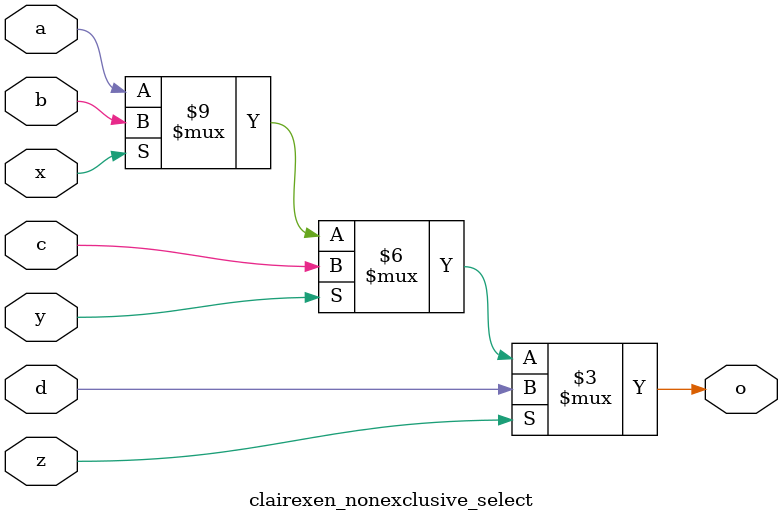
<source format=v>
module clairexen_nonexclusive_select (
        input wire x, y, z,
        input wire a, b, c, d,
        output reg o
);
        always @* begin
                o = a;
                if (x) o = b;
                if (y) o = c;
                if (z) o = d;
        end
endmodule
</source>
